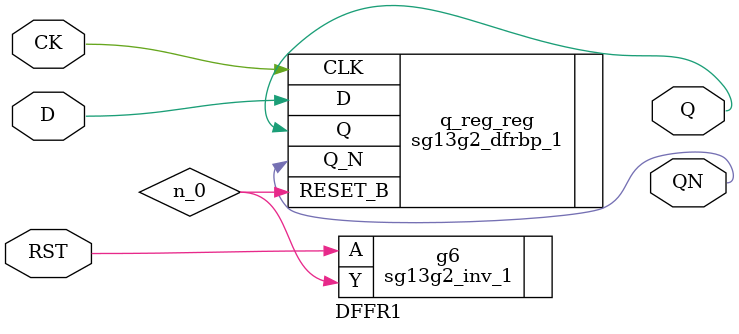
<source format=v>


// Verification Directory fv/DFFR1 

module DFFR1(RST, CK, D, Q, QN);
  input RST, CK, D;
  output Q, QN;
  wire RST, CK, D;
  wire Q, QN;
  wire n_0;
  sg13g2_dfrbp_1 q_reg_reg(.RESET_B (n_0), .CLK (CK), .D (D), .Q (Q),
       .Q_N (QN));
  sg13g2_inv_1 g6(.A (RST), .Y (n_0));
endmodule


</source>
